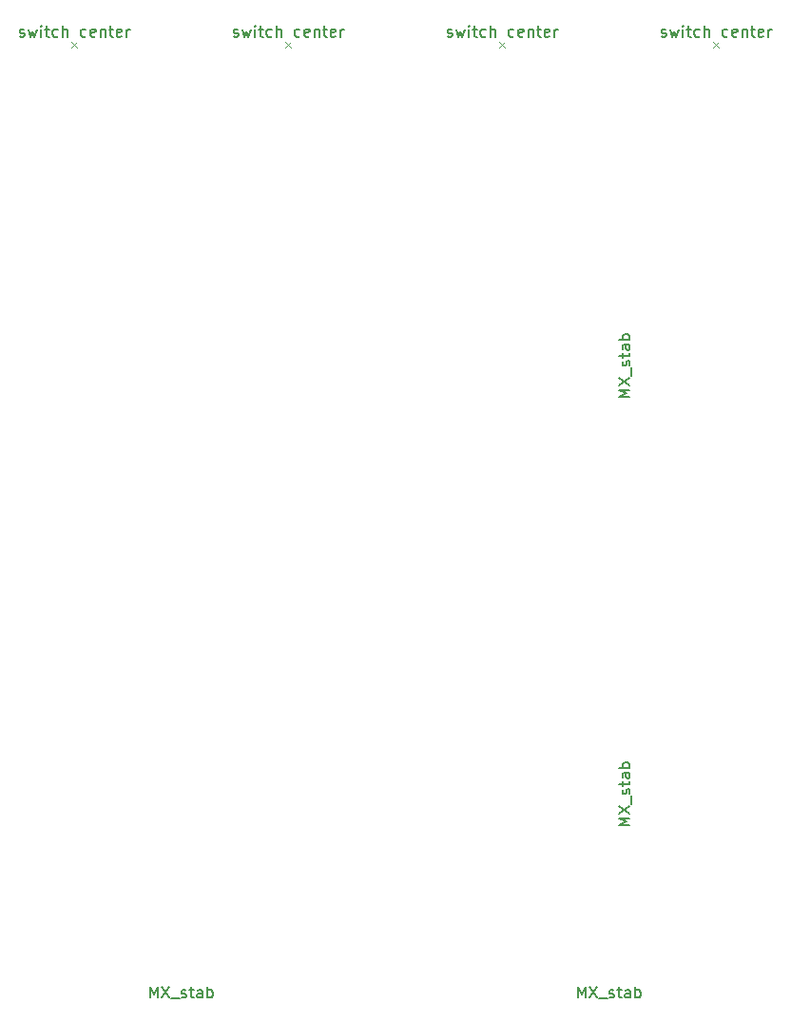
<source format=gbr>
%TF.GenerationSoftware,KiCad,Pcbnew,8.0.2*%
%TF.CreationDate,2025-04-27T21:29:10-07:00*%
%TF.ProjectId,t80-5700,7438302d-3537-4303-902e-6b696361645f,rev?*%
%TF.SameCoordinates,Original*%
%TF.FileFunction,Other,Comment*%
%FSLAX46Y46*%
G04 Gerber Fmt 4.6, Leading zero omitted, Abs format (unit mm)*
G04 Created by KiCad (PCBNEW 8.0.2) date 2025-04-27 21:29:10*
%MOMM*%
%LPD*%
G01*
G04 APERTURE LIST*
%ADD10C,0.150000*%
%ADD11C,0.120000*%
G04 APERTURE END LIST*
D10*
X92774106Y-58768950D02*
X92869344Y-58816569D01*
X92869344Y-58816569D02*
X93059820Y-58816569D01*
X93059820Y-58816569D02*
X93155058Y-58768950D01*
X93155058Y-58768950D02*
X93202677Y-58673711D01*
X93202677Y-58673711D02*
X93202677Y-58626092D01*
X93202677Y-58626092D02*
X93155058Y-58530854D01*
X93155058Y-58530854D02*
X93059820Y-58483235D01*
X93059820Y-58483235D02*
X92916963Y-58483235D01*
X92916963Y-58483235D02*
X92821725Y-58435616D01*
X92821725Y-58435616D02*
X92774106Y-58340378D01*
X92774106Y-58340378D02*
X92774106Y-58292759D01*
X92774106Y-58292759D02*
X92821725Y-58197521D01*
X92821725Y-58197521D02*
X92916963Y-58149902D01*
X92916963Y-58149902D02*
X93059820Y-58149902D01*
X93059820Y-58149902D02*
X93155058Y-58197521D01*
X93536011Y-58149902D02*
X93726487Y-58816569D01*
X93726487Y-58816569D02*
X93916963Y-58340378D01*
X93916963Y-58340378D02*
X94107439Y-58816569D01*
X94107439Y-58816569D02*
X94297915Y-58149902D01*
X94678868Y-58816569D02*
X94678868Y-58149902D01*
X94678868Y-57816569D02*
X94631249Y-57864188D01*
X94631249Y-57864188D02*
X94678868Y-57911807D01*
X94678868Y-57911807D02*
X94726487Y-57864188D01*
X94726487Y-57864188D02*
X94678868Y-57816569D01*
X94678868Y-57816569D02*
X94678868Y-57911807D01*
X95012201Y-58149902D02*
X95393153Y-58149902D01*
X95155058Y-57816569D02*
X95155058Y-58673711D01*
X95155058Y-58673711D02*
X95202677Y-58768950D01*
X95202677Y-58768950D02*
X95297915Y-58816569D01*
X95297915Y-58816569D02*
X95393153Y-58816569D01*
X96155058Y-58768950D02*
X96059820Y-58816569D01*
X96059820Y-58816569D02*
X95869344Y-58816569D01*
X95869344Y-58816569D02*
X95774106Y-58768950D01*
X95774106Y-58768950D02*
X95726487Y-58721330D01*
X95726487Y-58721330D02*
X95678868Y-58626092D01*
X95678868Y-58626092D02*
X95678868Y-58340378D01*
X95678868Y-58340378D02*
X95726487Y-58245140D01*
X95726487Y-58245140D02*
X95774106Y-58197521D01*
X95774106Y-58197521D02*
X95869344Y-58149902D01*
X95869344Y-58149902D02*
X96059820Y-58149902D01*
X96059820Y-58149902D02*
X96155058Y-58197521D01*
X96583630Y-58816569D02*
X96583630Y-57816569D01*
X97012201Y-58816569D02*
X97012201Y-58292759D01*
X97012201Y-58292759D02*
X96964582Y-58197521D01*
X96964582Y-58197521D02*
X96869344Y-58149902D01*
X96869344Y-58149902D02*
X96726487Y-58149902D01*
X96726487Y-58149902D02*
X96631249Y-58197521D01*
X96631249Y-58197521D02*
X96583630Y-58245140D01*
X98678868Y-58768950D02*
X98583630Y-58816569D01*
X98583630Y-58816569D02*
X98393154Y-58816569D01*
X98393154Y-58816569D02*
X98297916Y-58768950D01*
X98297916Y-58768950D02*
X98250297Y-58721330D01*
X98250297Y-58721330D02*
X98202678Y-58626092D01*
X98202678Y-58626092D02*
X98202678Y-58340378D01*
X98202678Y-58340378D02*
X98250297Y-58245140D01*
X98250297Y-58245140D02*
X98297916Y-58197521D01*
X98297916Y-58197521D02*
X98393154Y-58149902D01*
X98393154Y-58149902D02*
X98583630Y-58149902D01*
X98583630Y-58149902D02*
X98678868Y-58197521D01*
X99488392Y-58768950D02*
X99393154Y-58816569D01*
X99393154Y-58816569D02*
X99202678Y-58816569D01*
X99202678Y-58816569D02*
X99107440Y-58768950D01*
X99107440Y-58768950D02*
X99059821Y-58673711D01*
X99059821Y-58673711D02*
X99059821Y-58292759D01*
X99059821Y-58292759D02*
X99107440Y-58197521D01*
X99107440Y-58197521D02*
X99202678Y-58149902D01*
X99202678Y-58149902D02*
X99393154Y-58149902D01*
X99393154Y-58149902D02*
X99488392Y-58197521D01*
X99488392Y-58197521D02*
X99536011Y-58292759D01*
X99536011Y-58292759D02*
X99536011Y-58387997D01*
X99536011Y-58387997D02*
X99059821Y-58483235D01*
X99964583Y-58149902D02*
X99964583Y-58816569D01*
X99964583Y-58245140D02*
X100012202Y-58197521D01*
X100012202Y-58197521D02*
X100107440Y-58149902D01*
X100107440Y-58149902D02*
X100250297Y-58149902D01*
X100250297Y-58149902D02*
X100345535Y-58197521D01*
X100345535Y-58197521D02*
X100393154Y-58292759D01*
X100393154Y-58292759D02*
X100393154Y-58816569D01*
X100726488Y-58149902D02*
X101107440Y-58149902D01*
X100869345Y-57816569D02*
X100869345Y-58673711D01*
X100869345Y-58673711D02*
X100916964Y-58768950D01*
X100916964Y-58768950D02*
X101012202Y-58816569D01*
X101012202Y-58816569D02*
X101107440Y-58816569D01*
X101821726Y-58768950D02*
X101726488Y-58816569D01*
X101726488Y-58816569D02*
X101536012Y-58816569D01*
X101536012Y-58816569D02*
X101440774Y-58768950D01*
X101440774Y-58768950D02*
X101393155Y-58673711D01*
X101393155Y-58673711D02*
X101393155Y-58292759D01*
X101393155Y-58292759D02*
X101440774Y-58197521D01*
X101440774Y-58197521D02*
X101536012Y-58149902D01*
X101536012Y-58149902D02*
X101726488Y-58149902D01*
X101726488Y-58149902D02*
X101821726Y-58197521D01*
X101821726Y-58197521D02*
X101869345Y-58292759D01*
X101869345Y-58292759D02*
X101869345Y-58387997D01*
X101869345Y-58387997D02*
X101393155Y-58483235D01*
X102297917Y-58816569D02*
X102297917Y-58149902D01*
X102297917Y-58340378D02*
X102345536Y-58245140D01*
X102345536Y-58245140D02*
X102393155Y-58197521D01*
X102393155Y-58197521D02*
X102488393Y-58149902D01*
X102488393Y-58149902D02*
X102583631Y-58149902D01*
X73724106Y-58768950D02*
X73819344Y-58816569D01*
X73819344Y-58816569D02*
X74009820Y-58816569D01*
X74009820Y-58816569D02*
X74105058Y-58768950D01*
X74105058Y-58768950D02*
X74152677Y-58673711D01*
X74152677Y-58673711D02*
X74152677Y-58626092D01*
X74152677Y-58626092D02*
X74105058Y-58530854D01*
X74105058Y-58530854D02*
X74009820Y-58483235D01*
X74009820Y-58483235D02*
X73866963Y-58483235D01*
X73866963Y-58483235D02*
X73771725Y-58435616D01*
X73771725Y-58435616D02*
X73724106Y-58340378D01*
X73724106Y-58340378D02*
X73724106Y-58292759D01*
X73724106Y-58292759D02*
X73771725Y-58197521D01*
X73771725Y-58197521D02*
X73866963Y-58149902D01*
X73866963Y-58149902D02*
X74009820Y-58149902D01*
X74009820Y-58149902D02*
X74105058Y-58197521D01*
X74486011Y-58149902D02*
X74676487Y-58816569D01*
X74676487Y-58816569D02*
X74866963Y-58340378D01*
X74866963Y-58340378D02*
X75057439Y-58816569D01*
X75057439Y-58816569D02*
X75247915Y-58149902D01*
X75628868Y-58816569D02*
X75628868Y-58149902D01*
X75628868Y-57816569D02*
X75581249Y-57864188D01*
X75581249Y-57864188D02*
X75628868Y-57911807D01*
X75628868Y-57911807D02*
X75676487Y-57864188D01*
X75676487Y-57864188D02*
X75628868Y-57816569D01*
X75628868Y-57816569D02*
X75628868Y-57911807D01*
X75962201Y-58149902D02*
X76343153Y-58149902D01*
X76105058Y-57816569D02*
X76105058Y-58673711D01*
X76105058Y-58673711D02*
X76152677Y-58768950D01*
X76152677Y-58768950D02*
X76247915Y-58816569D01*
X76247915Y-58816569D02*
X76343153Y-58816569D01*
X77105058Y-58768950D02*
X77009820Y-58816569D01*
X77009820Y-58816569D02*
X76819344Y-58816569D01*
X76819344Y-58816569D02*
X76724106Y-58768950D01*
X76724106Y-58768950D02*
X76676487Y-58721330D01*
X76676487Y-58721330D02*
X76628868Y-58626092D01*
X76628868Y-58626092D02*
X76628868Y-58340378D01*
X76628868Y-58340378D02*
X76676487Y-58245140D01*
X76676487Y-58245140D02*
X76724106Y-58197521D01*
X76724106Y-58197521D02*
X76819344Y-58149902D01*
X76819344Y-58149902D02*
X77009820Y-58149902D01*
X77009820Y-58149902D02*
X77105058Y-58197521D01*
X77533630Y-58816569D02*
X77533630Y-57816569D01*
X77962201Y-58816569D02*
X77962201Y-58292759D01*
X77962201Y-58292759D02*
X77914582Y-58197521D01*
X77914582Y-58197521D02*
X77819344Y-58149902D01*
X77819344Y-58149902D02*
X77676487Y-58149902D01*
X77676487Y-58149902D02*
X77581249Y-58197521D01*
X77581249Y-58197521D02*
X77533630Y-58245140D01*
X79628868Y-58768950D02*
X79533630Y-58816569D01*
X79533630Y-58816569D02*
X79343154Y-58816569D01*
X79343154Y-58816569D02*
X79247916Y-58768950D01*
X79247916Y-58768950D02*
X79200297Y-58721330D01*
X79200297Y-58721330D02*
X79152678Y-58626092D01*
X79152678Y-58626092D02*
X79152678Y-58340378D01*
X79152678Y-58340378D02*
X79200297Y-58245140D01*
X79200297Y-58245140D02*
X79247916Y-58197521D01*
X79247916Y-58197521D02*
X79343154Y-58149902D01*
X79343154Y-58149902D02*
X79533630Y-58149902D01*
X79533630Y-58149902D02*
X79628868Y-58197521D01*
X80438392Y-58768950D02*
X80343154Y-58816569D01*
X80343154Y-58816569D02*
X80152678Y-58816569D01*
X80152678Y-58816569D02*
X80057440Y-58768950D01*
X80057440Y-58768950D02*
X80009821Y-58673711D01*
X80009821Y-58673711D02*
X80009821Y-58292759D01*
X80009821Y-58292759D02*
X80057440Y-58197521D01*
X80057440Y-58197521D02*
X80152678Y-58149902D01*
X80152678Y-58149902D02*
X80343154Y-58149902D01*
X80343154Y-58149902D02*
X80438392Y-58197521D01*
X80438392Y-58197521D02*
X80486011Y-58292759D01*
X80486011Y-58292759D02*
X80486011Y-58387997D01*
X80486011Y-58387997D02*
X80009821Y-58483235D01*
X80914583Y-58149902D02*
X80914583Y-58816569D01*
X80914583Y-58245140D02*
X80962202Y-58197521D01*
X80962202Y-58197521D02*
X81057440Y-58149902D01*
X81057440Y-58149902D02*
X81200297Y-58149902D01*
X81200297Y-58149902D02*
X81295535Y-58197521D01*
X81295535Y-58197521D02*
X81343154Y-58292759D01*
X81343154Y-58292759D02*
X81343154Y-58816569D01*
X81676488Y-58149902D02*
X82057440Y-58149902D01*
X81819345Y-57816569D02*
X81819345Y-58673711D01*
X81819345Y-58673711D02*
X81866964Y-58768950D01*
X81866964Y-58768950D02*
X81962202Y-58816569D01*
X81962202Y-58816569D02*
X82057440Y-58816569D01*
X82771726Y-58768950D02*
X82676488Y-58816569D01*
X82676488Y-58816569D02*
X82486012Y-58816569D01*
X82486012Y-58816569D02*
X82390774Y-58768950D01*
X82390774Y-58768950D02*
X82343155Y-58673711D01*
X82343155Y-58673711D02*
X82343155Y-58292759D01*
X82343155Y-58292759D02*
X82390774Y-58197521D01*
X82390774Y-58197521D02*
X82486012Y-58149902D01*
X82486012Y-58149902D02*
X82676488Y-58149902D01*
X82676488Y-58149902D02*
X82771726Y-58197521D01*
X82771726Y-58197521D02*
X82819345Y-58292759D01*
X82819345Y-58292759D02*
X82819345Y-58387997D01*
X82819345Y-58387997D02*
X82343155Y-58483235D01*
X83247917Y-58816569D02*
X83247917Y-58149902D01*
X83247917Y-58340378D02*
X83295536Y-58245140D01*
X83295536Y-58245140D02*
X83343155Y-58197521D01*
X83343155Y-58197521D02*
X83438393Y-58149902D01*
X83438393Y-58149902D02*
X83533631Y-58149902D01*
X104370535Y-144314069D02*
X104370535Y-143314069D01*
X104370535Y-143314069D02*
X104703868Y-144028354D01*
X104703868Y-144028354D02*
X105037201Y-143314069D01*
X105037201Y-143314069D02*
X105037201Y-144314069D01*
X105418154Y-143314069D02*
X106084820Y-144314069D01*
X106084820Y-143314069D02*
X105418154Y-144314069D01*
X106227678Y-144409307D02*
X106989582Y-144409307D01*
X107180059Y-144266450D02*
X107275297Y-144314069D01*
X107275297Y-144314069D02*
X107465773Y-144314069D01*
X107465773Y-144314069D02*
X107561011Y-144266450D01*
X107561011Y-144266450D02*
X107608630Y-144171211D01*
X107608630Y-144171211D02*
X107608630Y-144123592D01*
X107608630Y-144123592D02*
X107561011Y-144028354D01*
X107561011Y-144028354D02*
X107465773Y-143980735D01*
X107465773Y-143980735D02*
X107322916Y-143980735D01*
X107322916Y-143980735D02*
X107227678Y-143933116D01*
X107227678Y-143933116D02*
X107180059Y-143837878D01*
X107180059Y-143837878D02*
X107180059Y-143790259D01*
X107180059Y-143790259D02*
X107227678Y-143695021D01*
X107227678Y-143695021D02*
X107322916Y-143647402D01*
X107322916Y-143647402D02*
X107465773Y-143647402D01*
X107465773Y-143647402D02*
X107561011Y-143695021D01*
X107894345Y-143647402D02*
X108275297Y-143647402D01*
X108037202Y-143314069D02*
X108037202Y-144171211D01*
X108037202Y-144171211D02*
X108084821Y-144266450D01*
X108084821Y-144266450D02*
X108180059Y-144314069D01*
X108180059Y-144314069D02*
X108275297Y-144314069D01*
X109037202Y-144314069D02*
X109037202Y-143790259D01*
X109037202Y-143790259D02*
X108989583Y-143695021D01*
X108989583Y-143695021D02*
X108894345Y-143647402D01*
X108894345Y-143647402D02*
X108703869Y-143647402D01*
X108703869Y-143647402D02*
X108608631Y-143695021D01*
X109037202Y-144266450D02*
X108941964Y-144314069D01*
X108941964Y-144314069D02*
X108703869Y-144314069D01*
X108703869Y-144314069D02*
X108608631Y-144266450D01*
X108608631Y-144266450D02*
X108561012Y-144171211D01*
X108561012Y-144171211D02*
X108561012Y-144075973D01*
X108561012Y-144075973D02*
X108608631Y-143980735D01*
X108608631Y-143980735D02*
X108703869Y-143933116D01*
X108703869Y-143933116D02*
X108941964Y-143933116D01*
X108941964Y-143933116D02*
X109037202Y-143885497D01*
X109513393Y-144314069D02*
X109513393Y-143314069D01*
X109513393Y-143695021D02*
X109608631Y-143647402D01*
X109608631Y-143647402D02*
X109799107Y-143647402D01*
X109799107Y-143647402D02*
X109894345Y-143695021D01*
X109894345Y-143695021D02*
X109941964Y-143742640D01*
X109941964Y-143742640D02*
X109989583Y-143837878D01*
X109989583Y-143837878D02*
X109989583Y-144123592D01*
X109989583Y-144123592D02*
X109941964Y-144218830D01*
X109941964Y-144218830D02*
X109894345Y-144266450D01*
X109894345Y-144266450D02*
X109799107Y-144314069D01*
X109799107Y-144314069D02*
X109608631Y-144314069D01*
X109608631Y-144314069D02*
X109513393Y-144266450D01*
X109008069Y-90891964D02*
X108008069Y-90891964D01*
X108008069Y-90891964D02*
X108722354Y-90558631D01*
X108722354Y-90558631D02*
X108008069Y-90225298D01*
X108008069Y-90225298D02*
X109008069Y-90225298D01*
X108008069Y-89844345D02*
X109008069Y-89177679D01*
X108008069Y-89177679D02*
X109008069Y-89844345D01*
X109103307Y-89034822D02*
X109103307Y-88272917D01*
X108960450Y-88082440D02*
X109008069Y-87987202D01*
X109008069Y-87987202D02*
X109008069Y-87796726D01*
X109008069Y-87796726D02*
X108960450Y-87701488D01*
X108960450Y-87701488D02*
X108865211Y-87653869D01*
X108865211Y-87653869D02*
X108817592Y-87653869D01*
X108817592Y-87653869D02*
X108722354Y-87701488D01*
X108722354Y-87701488D02*
X108674735Y-87796726D01*
X108674735Y-87796726D02*
X108674735Y-87939583D01*
X108674735Y-87939583D02*
X108627116Y-88034821D01*
X108627116Y-88034821D02*
X108531878Y-88082440D01*
X108531878Y-88082440D02*
X108484259Y-88082440D01*
X108484259Y-88082440D02*
X108389021Y-88034821D01*
X108389021Y-88034821D02*
X108341402Y-87939583D01*
X108341402Y-87939583D02*
X108341402Y-87796726D01*
X108341402Y-87796726D02*
X108389021Y-87701488D01*
X108341402Y-87368154D02*
X108341402Y-86987202D01*
X108008069Y-87225297D02*
X108865211Y-87225297D01*
X108865211Y-87225297D02*
X108960450Y-87177678D01*
X108960450Y-87177678D02*
X109008069Y-87082440D01*
X109008069Y-87082440D02*
X109008069Y-86987202D01*
X109008069Y-86225297D02*
X108484259Y-86225297D01*
X108484259Y-86225297D02*
X108389021Y-86272916D01*
X108389021Y-86272916D02*
X108341402Y-86368154D01*
X108341402Y-86368154D02*
X108341402Y-86558630D01*
X108341402Y-86558630D02*
X108389021Y-86653868D01*
X108960450Y-86225297D02*
X109008069Y-86320535D01*
X109008069Y-86320535D02*
X109008069Y-86558630D01*
X109008069Y-86558630D02*
X108960450Y-86653868D01*
X108960450Y-86653868D02*
X108865211Y-86701487D01*
X108865211Y-86701487D02*
X108769973Y-86701487D01*
X108769973Y-86701487D02*
X108674735Y-86653868D01*
X108674735Y-86653868D02*
X108627116Y-86558630D01*
X108627116Y-86558630D02*
X108627116Y-86320535D01*
X108627116Y-86320535D02*
X108579497Y-86225297D01*
X109008069Y-85749106D02*
X108008069Y-85749106D01*
X108389021Y-85749106D02*
X108341402Y-85653868D01*
X108341402Y-85653868D02*
X108341402Y-85463392D01*
X108341402Y-85463392D02*
X108389021Y-85368154D01*
X108389021Y-85368154D02*
X108436640Y-85320535D01*
X108436640Y-85320535D02*
X108531878Y-85272916D01*
X108531878Y-85272916D02*
X108817592Y-85272916D01*
X108817592Y-85272916D02*
X108912830Y-85320535D01*
X108912830Y-85320535D02*
X108960450Y-85368154D01*
X108960450Y-85368154D02*
X109008069Y-85463392D01*
X109008069Y-85463392D02*
X109008069Y-85653868D01*
X109008069Y-85653868D02*
X108960450Y-85749106D01*
X109008069Y-128991964D02*
X108008069Y-128991964D01*
X108008069Y-128991964D02*
X108722354Y-128658631D01*
X108722354Y-128658631D02*
X108008069Y-128325298D01*
X108008069Y-128325298D02*
X109008069Y-128325298D01*
X108008069Y-127944345D02*
X109008069Y-127277679D01*
X108008069Y-127277679D02*
X109008069Y-127944345D01*
X109103307Y-127134822D02*
X109103307Y-126372917D01*
X108960450Y-126182440D02*
X109008069Y-126087202D01*
X109008069Y-126087202D02*
X109008069Y-125896726D01*
X109008069Y-125896726D02*
X108960450Y-125801488D01*
X108960450Y-125801488D02*
X108865211Y-125753869D01*
X108865211Y-125753869D02*
X108817592Y-125753869D01*
X108817592Y-125753869D02*
X108722354Y-125801488D01*
X108722354Y-125801488D02*
X108674735Y-125896726D01*
X108674735Y-125896726D02*
X108674735Y-126039583D01*
X108674735Y-126039583D02*
X108627116Y-126134821D01*
X108627116Y-126134821D02*
X108531878Y-126182440D01*
X108531878Y-126182440D02*
X108484259Y-126182440D01*
X108484259Y-126182440D02*
X108389021Y-126134821D01*
X108389021Y-126134821D02*
X108341402Y-126039583D01*
X108341402Y-126039583D02*
X108341402Y-125896726D01*
X108341402Y-125896726D02*
X108389021Y-125801488D01*
X108341402Y-125468154D02*
X108341402Y-125087202D01*
X108008069Y-125325297D02*
X108865211Y-125325297D01*
X108865211Y-125325297D02*
X108960450Y-125277678D01*
X108960450Y-125277678D02*
X109008069Y-125182440D01*
X109008069Y-125182440D02*
X109008069Y-125087202D01*
X109008069Y-124325297D02*
X108484259Y-124325297D01*
X108484259Y-124325297D02*
X108389021Y-124372916D01*
X108389021Y-124372916D02*
X108341402Y-124468154D01*
X108341402Y-124468154D02*
X108341402Y-124658630D01*
X108341402Y-124658630D02*
X108389021Y-124753868D01*
X108960450Y-124325297D02*
X109008069Y-124420535D01*
X109008069Y-124420535D02*
X109008069Y-124658630D01*
X109008069Y-124658630D02*
X108960450Y-124753868D01*
X108960450Y-124753868D02*
X108865211Y-124801487D01*
X108865211Y-124801487D02*
X108769973Y-124801487D01*
X108769973Y-124801487D02*
X108674735Y-124753868D01*
X108674735Y-124753868D02*
X108627116Y-124658630D01*
X108627116Y-124658630D02*
X108627116Y-124420535D01*
X108627116Y-124420535D02*
X108579497Y-124325297D01*
X109008069Y-123849106D02*
X108008069Y-123849106D01*
X108389021Y-123849106D02*
X108341402Y-123753868D01*
X108341402Y-123753868D02*
X108341402Y-123563392D01*
X108341402Y-123563392D02*
X108389021Y-123468154D01*
X108389021Y-123468154D02*
X108436640Y-123420535D01*
X108436640Y-123420535D02*
X108531878Y-123372916D01*
X108531878Y-123372916D02*
X108817592Y-123372916D01*
X108817592Y-123372916D02*
X108912830Y-123420535D01*
X108912830Y-123420535D02*
X108960450Y-123468154D01*
X108960450Y-123468154D02*
X109008069Y-123563392D01*
X109008069Y-123563392D02*
X109008069Y-123753868D01*
X109008069Y-123753868D02*
X108960450Y-123849106D01*
X54674106Y-58768950D02*
X54769344Y-58816569D01*
X54769344Y-58816569D02*
X54959820Y-58816569D01*
X54959820Y-58816569D02*
X55055058Y-58768950D01*
X55055058Y-58768950D02*
X55102677Y-58673711D01*
X55102677Y-58673711D02*
X55102677Y-58626092D01*
X55102677Y-58626092D02*
X55055058Y-58530854D01*
X55055058Y-58530854D02*
X54959820Y-58483235D01*
X54959820Y-58483235D02*
X54816963Y-58483235D01*
X54816963Y-58483235D02*
X54721725Y-58435616D01*
X54721725Y-58435616D02*
X54674106Y-58340378D01*
X54674106Y-58340378D02*
X54674106Y-58292759D01*
X54674106Y-58292759D02*
X54721725Y-58197521D01*
X54721725Y-58197521D02*
X54816963Y-58149902D01*
X54816963Y-58149902D02*
X54959820Y-58149902D01*
X54959820Y-58149902D02*
X55055058Y-58197521D01*
X55436011Y-58149902D02*
X55626487Y-58816569D01*
X55626487Y-58816569D02*
X55816963Y-58340378D01*
X55816963Y-58340378D02*
X56007439Y-58816569D01*
X56007439Y-58816569D02*
X56197915Y-58149902D01*
X56578868Y-58816569D02*
X56578868Y-58149902D01*
X56578868Y-57816569D02*
X56531249Y-57864188D01*
X56531249Y-57864188D02*
X56578868Y-57911807D01*
X56578868Y-57911807D02*
X56626487Y-57864188D01*
X56626487Y-57864188D02*
X56578868Y-57816569D01*
X56578868Y-57816569D02*
X56578868Y-57911807D01*
X56912201Y-58149902D02*
X57293153Y-58149902D01*
X57055058Y-57816569D02*
X57055058Y-58673711D01*
X57055058Y-58673711D02*
X57102677Y-58768950D01*
X57102677Y-58768950D02*
X57197915Y-58816569D01*
X57197915Y-58816569D02*
X57293153Y-58816569D01*
X58055058Y-58768950D02*
X57959820Y-58816569D01*
X57959820Y-58816569D02*
X57769344Y-58816569D01*
X57769344Y-58816569D02*
X57674106Y-58768950D01*
X57674106Y-58768950D02*
X57626487Y-58721330D01*
X57626487Y-58721330D02*
X57578868Y-58626092D01*
X57578868Y-58626092D02*
X57578868Y-58340378D01*
X57578868Y-58340378D02*
X57626487Y-58245140D01*
X57626487Y-58245140D02*
X57674106Y-58197521D01*
X57674106Y-58197521D02*
X57769344Y-58149902D01*
X57769344Y-58149902D02*
X57959820Y-58149902D01*
X57959820Y-58149902D02*
X58055058Y-58197521D01*
X58483630Y-58816569D02*
X58483630Y-57816569D01*
X58912201Y-58816569D02*
X58912201Y-58292759D01*
X58912201Y-58292759D02*
X58864582Y-58197521D01*
X58864582Y-58197521D02*
X58769344Y-58149902D01*
X58769344Y-58149902D02*
X58626487Y-58149902D01*
X58626487Y-58149902D02*
X58531249Y-58197521D01*
X58531249Y-58197521D02*
X58483630Y-58245140D01*
X60578868Y-58768950D02*
X60483630Y-58816569D01*
X60483630Y-58816569D02*
X60293154Y-58816569D01*
X60293154Y-58816569D02*
X60197916Y-58768950D01*
X60197916Y-58768950D02*
X60150297Y-58721330D01*
X60150297Y-58721330D02*
X60102678Y-58626092D01*
X60102678Y-58626092D02*
X60102678Y-58340378D01*
X60102678Y-58340378D02*
X60150297Y-58245140D01*
X60150297Y-58245140D02*
X60197916Y-58197521D01*
X60197916Y-58197521D02*
X60293154Y-58149902D01*
X60293154Y-58149902D02*
X60483630Y-58149902D01*
X60483630Y-58149902D02*
X60578868Y-58197521D01*
X61388392Y-58768950D02*
X61293154Y-58816569D01*
X61293154Y-58816569D02*
X61102678Y-58816569D01*
X61102678Y-58816569D02*
X61007440Y-58768950D01*
X61007440Y-58768950D02*
X60959821Y-58673711D01*
X60959821Y-58673711D02*
X60959821Y-58292759D01*
X60959821Y-58292759D02*
X61007440Y-58197521D01*
X61007440Y-58197521D02*
X61102678Y-58149902D01*
X61102678Y-58149902D02*
X61293154Y-58149902D01*
X61293154Y-58149902D02*
X61388392Y-58197521D01*
X61388392Y-58197521D02*
X61436011Y-58292759D01*
X61436011Y-58292759D02*
X61436011Y-58387997D01*
X61436011Y-58387997D02*
X60959821Y-58483235D01*
X61864583Y-58149902D02*
X61864583Y-58816569D01*
X61864583Y-58245140D02*
X61912202Y-58197521D01*
X61912202Y-58197521D02*
X62007440Y-58149902D01*
X62007440Y-58149902D02*
X62150297Y-58149902D01*
X62150297Y-58149902D02*
X62245535Y-58197521D01*
X62245535Y-58197521D02*
X62293154Y-58292759D01*
X62293154Y-58292759D02*
X62293154Y-58816569D01*
X62626488Y-58149902D02*
X63007440Y-58149902D01*
X62769345Y-57816569D02*
X62769345Y-58673711D01*
X62769345Y-58673711D02*
X62816964Y-58768950D01*
X62816964Y-58768950D02*
X62912202Y-58816569D01*
X62912202Y-58816569D02*
X63007440Y-58816569D01*
X63721726Y-58768950D02*
X63626488Y-58816569D01*
X63626488Y-58816569D02*
X63436012Y-58816569D01*
X63436012Y-58816569D02*
X63340774Y-58768950D01*
X63340774Y-58768950D02*
X63293155Y-58673711D01*
X63293155Y-58673711D02*
X63293155Y-58292759D01*
X63293155Y-58292759D02*
X63340774Y-58197521D01*
X63340774Y-58197521D02*
X63436012Y-58149902D01*
X63436012Y-58149902D02*
X63626488Y-58149902D01*
X63626488Y-58149902D02*
X63721726Y-58197521D01*
X63721726Y-58197521D02*
X63769345Y-58292759D01*
X63769345Y-58292759D02*
X63769345Y-58387997D01*
X63769345Y-58387997D02*
X63293155Y-58483235D01*
X64197917Y-58816569D02*
X64197917Y-58149902D01*
X64197917Y-58340378D02*
X64245536Y-58245140D01*
X64245536Y-58245140D02*
X64293155Y-58197521D01*
X64293155Y-58197521D02*
X64388393Y-58149902D01*
X64388393Y-58149902D02*
X64483631Y-58149902D01*
X111824106Y-58768950D02*
X111919344Y-58816569D01*
X111919344Y-58816569D02*
X112109820Y-58816569D01*
X112109820Y-58816569D02*
X112205058Y-58768950D01*
X112205058Y-58768950D02*
X112252677Y-58673711D01*
X112252677Y-58673711D02*
X112252677Y-58626092D01*
X112252677Y-58626092D02*
X112205058Y-58530854D01*
X112205058Y-58530854D02*
X112109820Y-58483235D01*
X112109820Y-58483235D02*
X111966963Y-58483235D01*
X111966963Y-58483235D02*
X111871725Y-58435616D01*
X111871725Y-58435616D02*
X111824106Y-58340378D01*
X111824106Y-58340378D02*
X111824106Y-58292759D01*
X111824106Y-58292759D02*
X111871725Y-58197521D01*
X111871725Y-58197521D02*
X111966963Y-58149902D01*
X111966963Y-58149902D02*
X112109820Y-58149902D01*
X112109820Y-58149902D02*
X112205058Y-58197521D01*
X112586011Y-58149902D02*
X112776487Y-58816569D01*
X112776487Y-58816569D02*
X112966963Y-58340378D01*
X112966963Y-58340378D02*
X113157439Y-58816569D01*
X113157439Y-58816569D02*
X113347915Y-58149902D01*
X113728868Y-58816569D02*
X113728868Y-58149902D01*
X113728868Y-57816569D02*
X113681249Y-57864188D01*
X113681249Y-57864188D02*
X113728868Y-57911807D01*
X113728868Y-57911807D02*
X113776487Y-57864188D01*
X113776487Y-57864188D02*
X113728868Y-57816569D01*
X113728868Y-57816569D02*
X113728868Y-57911807D01*
X114062201Y-58149902D02*
X114443153Y-58149902D01*
X114205058Y-57816569D02*
X114205058Y-58673711D01*
X114205058Y-58673711D02*
X114252677Y-58768950D01*
X114252677Y-58768950D02*
X114347915Y-58816569D01*
X114347915Y-58816569D02*
X114443153Y-58816569D01*
X115205058Y-58768950D02*
X115109820Y-58816569D01*
X115109820Y-58816569D02*
X114919344Y-58816569D01*
X114919344Y-58816569D02*
X114824106Y-58768950D01*
X114824106Y-58768950D02*
X114776487Y-58721330D01*
X114776487Y-58721330D02*
X114728868Y-58626092D01*
X114728868Y-58626092D02*
X114728868Y-58340378D01*
X114728868Y-58340378D02*
X114776487Y-58245140D01*
X114776487Y-58245140D02*
X114824106Y-58197521D01*
X114824106Y-58197521D02*
X114919344Y-58149902D01*
X114919344Y-58149902D02*
X115109820Y-58149902D01*
X115109820Y-58149902D02*
X115205058Y-58197521D01*
X115633630Y-58816569D02*
X115633630Y-57816569D01*
X116062201Y-58816569D02*
X116062201Y-58292759D01*
X116062201Y-58292759D02*
X116014582Y-58197521D01*
X116014582Y-58197521D02*
X115919344Y-58149902D01*
X115919344Y-58149902D02*
X115776487Y-58149902D01*
X115776487Y-58149902D02*
X115681249Y-58197521D01*
X115681249Y-58197521D02*
X115633630Y-58245140D01*
X117728868Y-58768950D02*
X117633630Y-58816569D01*
X117633630Y-58816569D02*
X117443154Y-58816569D01*
X117443154Y-58816569D02*
X117347916Y-58768950D01*
X117347916Y-58768950D02*
X117300297Y-58721330D01*
X117300297Y-58721330D02*
X117252678Y-58626092D01*
X117252678Y-58626092D02*
X117252678Y-58340378D01*
X117252678Y-58340378D02*
X117300297Y-58245140D01*
X117300297Y-58245140D02*
X117347916Y-58197521D01*
X117347916Y-58197521D02*
X117443154Y-58149902D01*
X117443154Y-58149902D02*
X117633630Y-58149902D01*
X117633630Y-58149902D02*
X117728868Y-58197521D01*
X118538392Y-58768950D02*
X118443154Y-58816569D01*
X118443154Y-58816569D02*
X118252678Y-58816569D01*
X118252678Y-58816569D02*
X118157440Y-58768950D01*
X118157440Y-58768950D02*
X118109821Y-58673711D01*
X118109821Y-58673711D02*
X118109821Y-58292759D01*
X118109821Y-58292759D02*
X118157440Y-58197521D01*
X118157440Y-58197521D02*
X118252678Y-58149902D01*
X118252678Y-58149902D02*
X118443154Y-58149902D01*
X118443154Y-58149902D02*
X118538392Y-58197521D01*
X118538392Y-58197521D02*
X118586011Y-58292759D01*
X118586011Y-58292759D02*
X118586011Y-58387997D01*
X118586011Y-58387997D02*
X118109821Y-58483235D01*
X119014583Y-58149902D02*
X119014583Y-58816569D01*
X119014583Y-58245140D02*
X119062202Y-58197521D01*
X119062202Y-58197521D02*
X119157440Y-58149902D01*
X119157440Y-58149902D02*
X119300297Y-58149902D01*
X119300297Y-58149902D02*
X119395535Y-58197521D01*
X119395535Y-58197521D02*
X119443154Y-58292759D01*
X119443154Y-58292759D02*
X119443154Y-58816569D01*
X119776488Y-58149902D02*
X120157440Y-58149902D01*
X119919345Y-57816569D02*
X119919345Y-58673711D01*
X119919345Y-58673711D02*
X119966964Y-58768950D01*
X119966964Y-58768950D02*
X120062202Y-58816569D01*
X120062202Y-58816569D02*
X120157440Y-58816569D01*
X120871726Y-58768950D02*
X120776488Y-58816569D01*
X120776488Y-58816569D02*
X120586012Y-58816569D01*
X120586012Y-58816569D02*
X120490774Y-58768950D01*
X120490774Y-58768950D02*
X120443155Y-58673711D01*
X120443155Y-58673711D02*
X120443155Y-58292759D01*
X120443155Y-58292759D02*
X120490774Y-58197521D01*
X120490774Y-58197521D02*
X120586012Y-58149902D01*
X120586012Y-58149902D02*
X120776488Y-58149902D01*
X120776488Y-58149902D02*
X120871726Y-58197521D01*
X120871726Y-58197521D02*
X120919345Y-58292759D01*
X120919345Y-58292759D02*
X120919345Y-58387997D01*
X120919345Y-58387997D02*
X120443155Y-58483235D01*
X121347917Y-58816569D02*
X121347917Y-58149902D01*
X121347917Y-58340378D02*
X121395536Y-58245140D01*
X121395536Y-58245140D02*
X121443155Y-58197521D01*
X121443155Y-58197521D02*
X121538393Y-58149902D01*
X121538393Y-58149902D02*
X121633631Y-58149902D01*
X66270535Y-144314069D02*
X66270535Y-143314069D01*
X66270535Y-143314069D02*
X66603868Y-144028354D01*
X66603868Y-144028354D02*
X66937201Y-143314069D01*
X66937201Y-143314069D02*
X66937201Y-144314069D01*
X67318154Y-143314069D02*
X67984820Y-144314069D01*
X67984820Y-143314069D02*
X67318154Y-144314069D01*
X68127678Y-144409307D02*
X68889582Y-144409307D01*
X69080059Y-144266450D02*
X69175297Y-144314069D01*
X69175297Y-144314069D02*
X69365773Y-144314069D01*
X69365773Y-144314069D02*
X69461011Y-144266450D01*
X69461011Y-144266450D02*
X69508630Y-144171211D01*
X69508630Y-144171211D02*
X69508630Y-144123592D01*
X69508630Y-144123592D02*
X69461011Y-144028354D01*
X69461011Y-144028354D02*
X69365773Y-143980735D01*
X69365773Y-143980735D02*
X69222916Y-143980735D01*
X69222916Y-143980735D02*
X69127678Y-143933116D01*
X69127678Y-143933116D02*
X69080059Y-143837878D01*
X69080059Y-143837878D02*
X69080059Y-143790259D01*
X69080059Y-143790259D02*
X69127678Y-143695021D01*
X69127678Y-143695021D02*
X69222916Y-143647402D01*
X69222916Y-143647402D02*
X69365773Y-143647402D01*
X69365773Y-143647402D02*
X69461011Y-143695021D01*
X69794345Y-143647402D02*
X70175297Y-143647402D01*
X69937202Y-143314069D02*
X69937202Y-144171211D01*
X69937202Y-144171211D02*
X69984821Y-144266450D01*
X69984821Y-144266450D02*
X70080059Y-144314069D01*
X70080059Y-144314069D02*
X70175297Y-144314069D01*
X70937202Y-144314069D02*
X70937202Y-143790259D01*
X70937202Y-143790259D02*
X70889583Y-143695021D01*
X70889583Y-143695021D02*
X70794345Y-143647402D01*
X70794345Y-143647402D02*
X70603869Y-143647402D01*
X70603869Y-143647402D02*
X70508631Y-143695021D01*
X70937202Y-144266450D02*
X70841964Y-144314069D01*
X70841964Y-144314069D02*
X70603869Y-144314069D01*
X70603869Y-144314069D02*
X70508631Y-144266450D01*
X70508631Y-144266450D02*
X70461012Y-144171211D01*
X70461012Y-144171211D02*
X70461012Y-144075973D01*
X70461012Y-144075973D02*
X70508631Y-143980735D01*
X70508631Y-143980735D02*
X70603869Y-143933116D01*
X70603869Y-143933116D02*
X70841964Y-143933116D01*
X70841964Y-143933116D02*
X70937202Y-143885497D01*
X71413393Y-144314069D02*
X71413393Y-143314069D01*
X71413393Y-143695021D02*
X71508631Y-143647402D01*
X71508631Y-143647402D02*
X71699107Y-143647402D01*
X71699107Y-143647402D02*
X71794345Y-143695021D01*
X71794345Y-143695021D02*
X71841964Y-143742640D01*
X71841964Y-143742640D02*
X71889583Y-143837878D01*
X71889583Y-143837878D02*
X71889583Y-144123592D01*
X71889583Y-144123592D02*
X71841964Y-144218830D01*
X71841964Y-144218830D02*
X71794345Y-144266450D01*
X71794345Y-144266450D02*
X71699107Y-144314069D01*
X71699107Y-144314069D02*
X71508631Y-144314069D01*
X71508631Y-144314069D02*
X71413393Y-144266450D01*
D11*
%TO.C,D3*%
X97381250Y-59281750D02*
X97631250Y-59531750D01*
X97631250Y-59531750D02*
X97381250Y-59781750D01*
X97631250Y-59531750D02*
X97881250Y-59781750D01*
X97881250Y-59281750D02*
X97631250Y-59531750D01*
%TO.C,D2*%
X78331250Y-59281750D02*
X78581250Y-59531750D01*
X78581250Y-59531750D02*
X78331250Y-59781750D01*
X78581250Y-59531750D02*
X78831250Y-59781750D01*
X78831250Y-59281750D02*
X78581250Y-59531750D01*
%TO.C,D1*%
X59281250Y-59281750D02*
X59531250Y-59531750D01*
X59531250Y-59531750D02*
X59281250Y-59781750D01*
X59531250Y-59531750D02*
X59781250Y-59781750D01*
X59781250Y-59281750D02*
X59531250Y-59531750D01*
%TO.C,D4*%
X116431250Y-59281750D02*
X116681250Y-59531750D01*
X116681250Y-59531750D02*
X116431250Y-59781750D01*
X116681250Y-59531750D02*
X116931250Y-59781750D01*
X116931250Y-59281750D02*
X116681250Y-59531750D01*
%TD*%
M02*

</source>
